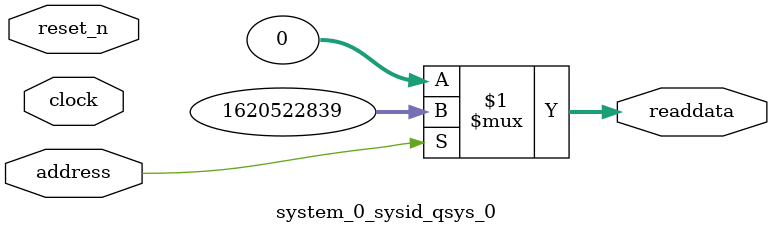
<source format=v>

`timescale 1ns / 1ps
// synthesis translate_on

// turn off superfluous verilog processor warnings 
// altera message_level Level1 
// altera message_off 10034 10035 10036 10037 10230 10240 10030 

module system_0_sysid_qsys_0 (
               // inputs:
                address,
                clock,
                reset_n,

               // outputs:
                readdata
             )
;

  output  [ 31: 0] readdata;
  input            address;
  input            clock;
  input            reset_n;

  wire    [ 31: 0] readdata;
  //control_slave, which is an e_avalon_slave
  assign readdata = address ? 1620522839 : 0;

endmodule




</source>
